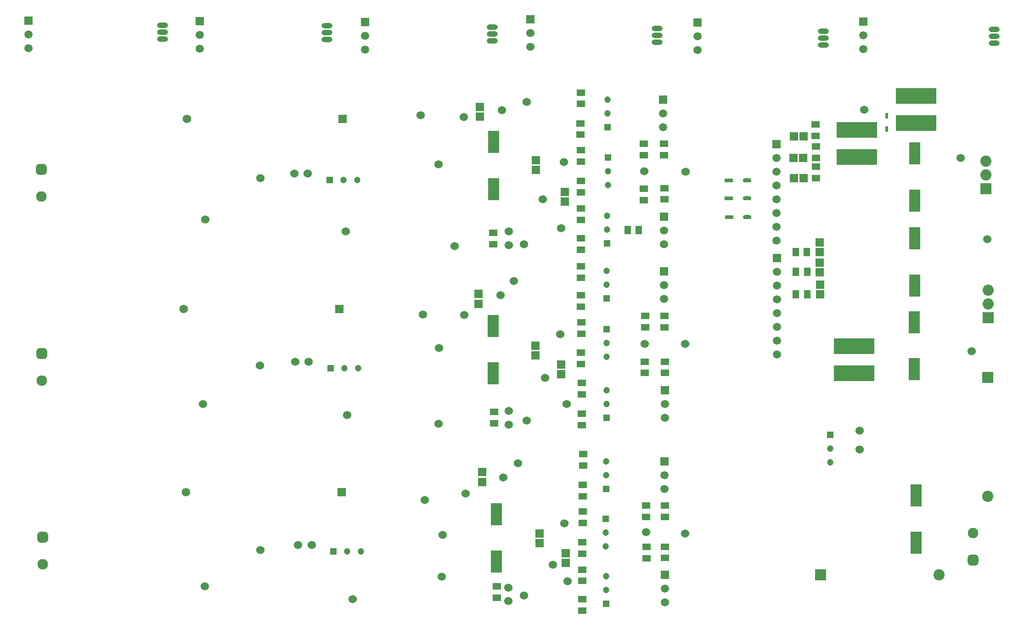
<source format=gbr>
%TF.GenerationSoftware,Altium Limited,Altium Designer,21.6.4 (81)*%
G04 Layer_Color=255*
%FSLAX45Y45*%
%MOMM*%
%TF.SameCoordinates,8BE20582-AD64-4D08-A95C-E2DB20C1365E*%
%TF.FilePolarity,Positive*%
%TF.FileFunction,Pads,Bot*%
%TF.Part,Single*%
G01*
G75*
%TA.AperFunction,SMDPad,CuDef*%
%ADD12R,1.20651X1.50822*%
%ADD13R,1.50464X1.55620*%
%ADD14R,1.50822X1.20651*%
%ADD15R,1.55620X1.50464*%
%ADD17R,1.60712X0.76213*%
G04:AMPARAMS|DCode=18|XSize=1.60712mm|YSize=0.76213mm|CornerRadius=0.38107mm|HoleSize=0mm|Usage=FLASHONLY|Rotation=0.000|XOffset=0mm|YOffset=0mm|HoleType=Round|Shape=RoundedRectangle|*
%AMROUNDEDRECTD18*
21,1,1.60712,0.00000,0,0,0.0*
21,1,0.84499,0.76213,0,0,0.0*
1,1,0.76213,0.42249,0.00000*
1,1,0.76213,-0.42249,0.00000*
1,1,0.76213,-0.42249,0.00000*
1,1,0.76213,0.42249,0.00000*
%
%ADD18ROUNDEDRECTD18*%
%TA.AperFunction,ComponentPad*%
%ADD37C,1.50000*%
%ADD38R,1.50000X1.50000*%
%ADD39C,1.52400*%
G04:AMPARAMS|DCode=40|XSize=1.95mm|YSize=1.95mm|CornerRadius=0.4875mm|HoleSize=0mm|Usage=FLASHONLY|Rotation=270.000|XOffset=0mm|YOffset=0mm|HoleType=Round|Shape=RoundedRectangle|*
%AMROUNDEDRECTD40*
21,1,1.95000,0.97500,0,0,270.0*
21,1,0.97500,1.95000,0,0,270.0*
1,1,0.97500,-0.48750,-0.48750*
1,1,0.97500,-0.48750,0.48750*
1,1,0.97500,0.48750,0.48750*
1,1,0.97500,0.48750,-0.48750*
%
%ADD40ROUNDEDRECTD40*%
%ADD41C,1.95000*%
%ADD42C,1.57480*%
%ADD43R,1.57480X1.57480*%
%ADD44R,2.05740X2.05740*%
%ADD45C,2.05740*%
%ADD46C,1.20000*%
%ADD47R,1.20000X1.20000*%
%ADD48O,2.00000X1.00000*%
%ADD49O,2.00000X1.00000*%
%ADD50R,2.05740X2.05740*%
%ADD51C,2.05000*%
%ADD52R,2.05000X2.05000*%
%ADD53R,1.20000X1.20000*%
%TA.AperFunction,SMDPad,CuDef*%
%ADD56R,7.50000X3.00000*%
%ADD57R,2.00000X4.10000*%
%ADD58R,0.50000X1.00000*%
D12*
X20851804Y12484100D02*
D03*
X20641634D02*
D03*
X17537755Y13253720D02*
D03*
X17747925D02*
D03*
X20636555Y12849860D02*
D03*
X20846725D02*
D03*
X20639095Y12072620D02*
D03*
X20849265D02*
D03*
D13*
X20603300Y14213840D02*
D03*
X20783459D02*
D03*
X20608382Y14986000D02*
D03*
X20788539D02*
D03*
X20594502Y14582140D02*
D03*
X20774660D02*
D03*
D14*
X21015961Y14210355D02*
D03*
Y14420525D02*
D03*
X17861279Y11673840D02*
D03*
Y11463670D02*
D03*
X18219420D02*
D03*
Y11673840D02*
D03*
X17853661Y10618795D02*
D03*
Y10828965D02*
D03*
X17886681Y7202496D02*
D03*
Y7412666D02*
D03*
X17881599Y8172125D02*
D03*
Y7961955D02*
D03*
X18224500Y10829910D02*
D03*
Y10619740D02*
D03*
X21005800Y15205385D02*
D03*
Y14995215D02*
D03*
X21010880Y14586275D02*
D03*
Y14796445D02*
D03*
X16680180Y13101320D02*
D03*
Y13445815D02*
D03*
X16675101Y14520235D02*
D03*
Y14730405D02*
D03*
X18227040Y7207575D02*
D03*
Y7417745D02*
D03*
X18224500Y8174665D02*
D03*
Y7964495D02*
D03*
X15125700Y6686226D02*
D03*
Y6476056D02*
D03*
X16703040Y7286315D02*
D03*
Y7496485D02*
D03*
X16713200Y8062905D02*
D03*
Y7852735D02*
D03*
X16703040Y6444925D02*
D03*
Y6234755D02*
D03*
Y6783394D02*
D03*
Y6993564D02*
D03*
X16713200Y8556610D02*
D03*
Y8346440D02*
D03*
X16718280Y9125570D02*
D03*
Y8915400D02*
D03*
X16682719Y11551920D02*
D03*
Y11341750D02*
D03*
X16680180Y10782950D02*
D03*
Y10993120D02*
D03*
X16697960Y10225095D02*
D03*
Y10435265D02*
D03*
X15077440Y9900270D02*
D03*
Y9690100D02*
D03*
X16675101Y15581010D02*
D03*
Y15791180D02*
D03*
X16695419Y9866305D02*
D03*
Y9656135D02*
D03*
X16680180Y12586645D02*
D03*
Y12376475D02*
D03*
Y12054840D02*
D03*
Y11844670D02*
D03*
X16672560Y15012994D02*
D03*
Y15223164D02*
D03*
X16680180Y13655984D02*
D03*
Y12891150D02*
D03*
X17835880Y13803955D02*
D03*
Y14014125D02*
D03*
X18216879Y13819196D02*
D03*
Y14029366D02*
D03*
X17835880Y14638670D02*
D03*
Y14848840D02*
D03*
X18209261Y14844705D02*
D03*
Y14634535D02*
D03*
X16677640Y13953815D02*
D03*
Y14163985D02*
D03*
X15059660Y13201324D02*
D03*
Y12991154D02*
D03*
D15*
X14815820Y15528198D02*
D03*
X16380460Y13782224D02*
D03*
X16311880Y10598241D02*
D03*
X16400780Y7293519D02*
D03*
Y7113361D02*
D03*
X14853920Y8790757D02*
D03*
Y8610600D02*
D03*
X15913100Y7479121D02*
D03*
Y7659279D02*
D03*
X16311880Y10778399D02*
D03*
X16380460Y13962379D02*
D03*
X15836900Y10944860D02*
D03*
Y11125017D02*
D03*
X14792960Y12074977D02*
D03*
Y11894820D02*
D03*
X21079460Y12475301D02*
D03*
Y12655458D02*
D03*
Y12848682D02*
D03*
Y13028839D02*
D03*
X21089619Y12068901D02*
D03*
Y12249058D02*
D03*
X14815820Y15348041D02*
D03*
X15844521Y14362521D02*
D03*
Y14542679D02*
D03*
D17*
X19410854Y13492480D02*
D03*
X19405772Y13837920D02*
D03*
Y14168120D02*
D03*
D18*
X19745959Y13492480D02*
D03*
X19740880Y13837920D02*
D03*
Y14168120D02*
D03*
D37*
X20294122Y10957560D02*
D03*
Y11211560D02*
D03*
Y11719560D02*
D03*
Y12227560D02*
D03*
Y12481560D02*
D03*
Y11973560D02*
D03*
Y11465560D02*
D03*
X18214340Y13251180D02*
D03*
Y12997180D02*
D03*
X18211800Y12240260D02*
D03*
Y11986260D02*
D03*
X18229581Y6647180D02*
D03*
Y6393180D02*
D03*
X18219420Y8732520D02*
D03*
Y8478520D02*
D03*
X18229581Y10045700D02*
D03*
Y9791700D02*
D03*
X20284441Y13571220D02*
D03*
Y14079221D02*
D03*
Y14587219D02*
D03*
Y14333220D02*
D03*
Y13825220D02*
D03*
Y13317220D02*
D03*
Y13063220D02*
D03*
X18196082Y15156180D02*
D03*
Y15410181D02*
D03*
X6492240Y16609061D02*
D03*
Y16863060D02*
D03*
X9651522Y16603979D02*
D03*
Y16857980D02*
D03*
X12694442Y16581120D02*
D03*
Y16835120D02*
D03*
X15747522Y16637000D02*
D03*
Y16891000D02*
D03*
X21882100Y16591280D02*
D03*
Y16845280D02*
D03*
X18828542Y16570959D02*
D03*
Y16824960D02*
D03*
D38*
X20294122Y12735560D02*
D03*
X18214340Y13505180D02*
D03*
X18211800Y12494260D02*
D03*
X18229581Y6901180D02*
D03*
X18219420Y8986520D02*
D03*
X18229581Y10299700D02*
D03*
X20284441Y14841220D02*
D03*
X18196082Y15664180D02*
D03*
X6492240Y17117059D02*
D03*
X9651522Y17111980D02*
D03*
X12694442Y17089120D02*
D03*
X15747522Y17145000D02*
D03*
X21882100Y17099280D02*
D03*
X18828542Y17078960D02*
D03*
D39*
X12466320Y6446520D02*
D03*
X14551660Y8394700D02*
D03*
X14127480Y7637780D02*
D03*
X15339059Y6412418D02*
D03*
Y6662420D02*
D03*
X15346680Y9919782D02*
D03*
Y9669780D02*
D03*
X14053819Y9685020D02*
D03*
X12367260Y9847580D02*
D03*
X13769341Y11696700D02*
D03*
X21818600Y9207500D02*
D03*
X21821140Y9552940D02*
D03*
X15631160Y12994640D02*
D03*
X15346680Y12979401D02*
D03*
Y13229402D02*
D03*
X14348460Y12959081D02*
D03*
X9751060Y13446761D02*
D03*
X9712960Y10048240D02*
D03*
X9743440Y6682740D02*
D03*
X13726160Y15372079D02*
D03*
X15676880Y15618460D02*
D03*
X16314420Y13286740D02*
D03*
X15979140Y13820140D02*
D03*
X15626080Y6515100D02*
D03*
X16014700Y10533380D02*
D03*
X16365221Y14511020D02*
D03*
X14112241Y6865620D02*
D03*
X15519400Y8956040D02*
D03*
X16375380Y7848600D02*
D03*
X15219679Y15463519D02*
D03*
X15194279Y12054840D02*
D03*
X13797279Y8280400D02*
D03*
X14520230Y15339040D02*
D03*
X21899879Y15471140D02*
D03*
X16431261Y6779260D02*
D03*
X16159480Y7084060D02*
D03*
X17884140Y7688580D02*
D03*
X18610580Y14328140D02*
D03*
X14056360Y14465300D02*
D03*
X17843500Y14343381D02*
D03*
X18596458Y11153140D02*
D03*
X15440660Y12316460D02*
D03*
X14528799Y11686540D02*
D03*
X16418559Y10048240D02*
D03*
X16296640Y11336020D02*
D03*
X14058900Y11082020D02*
D03*
X15676880Y9738360D02*
D03*
X17853661Y11153140D02*
D03*
X18603519Y7660081D02*
D03*
X15247620Y8694420D02*
D03*
X23677879Y14584680D02*
D03*
X11463020Y7444740D02*
D03*
X11713022D02*
D03*
X10767060Y7355840D02*
D03*
X11411138Y10825480D02*
D03*
X11661140D02*
D03*
X11391900Y14300200D02*
D03*
X11641902D02*
D03*
X10759440Y10761980D02*
D03*
X12342597Y13229590D02*
D03*
X23886160Y11021060D02*
D03*
X24173180Y13088620D02*
D03*
X10767060Y14216380D02*
D03*
D40*
X6732742Y14372421D02*
D03*
X23912358Y7166778D02*
D03*
X6741160Y10974959D02*
D03*
X6758142Y7588082D02*
D03*
D41*
X6732742Y13872423D02*
D03*
X23912358Y7666777D02*
D03*
X6741160Y10474960D02*
D03*
X6758142Y7088083D02*
D03*
D42*
X9415780Y15303500D02*
D03*
X9357360Y11798300D02*
D03*
X9395460Y8417560D02*
D03*
D43*
X12285980Y15303500D02*
D03*
X12227560Y11798300D02*
D03*
X12265660Y8417560D02*
D03*
D44*
X24180800Y10535920D02*
D03*
D45*
Y8346440D02*
D03*
X23284180Y6898640D02*
D03*
D46*
X17164822Y13266420D02*
D03*
X17142461Y6868160D02*
D03*
Y6614160D02*
D03*
X17152620Y10043160D02*
D03*
Y10297160D02*
D03*
Y12247880D02*
D03*
Y12501880D02*
D03*
Y11170920D02*
D03*
Y10916920D02*
D03*
X17142461Y8732520D02*
D03*
Y8986520D02*
D03*
X17137880Y7675879D02*
D03*
Y7421879D02*
D03*
X17175481Y14343381D02*
D03*
Y14089380D02*
D03*
X17167860Y15405099D02*
D03*
Y15659100D02*
D03*
X17164822Y13520419D02*
D03*
X21277580Y8971280D02*
D03*
Y9225280D02*
D03*
X12623800Y7327900D02*
D03*
X12369800D02*
D03*
X12313920Y10706598D02*
D03*
X12567920D02*
D03*
X12557760Y14175740D02*
D03*
X12303760D02*
D03*
D47*
X17142461Y6360160D02*
D03*
X17152620Y9789160D02*
D03*
Y11993880D02*
D03*
Y11424920D02*
D03*
X17142461Y8478520D02*
D03*
X17137880Y7929879D02*
D03*
X17175481Y14597380D02*
D03*
X17167860Y15151100D02*
D03*
X17164822Y13012421D02*
D03*
X21277580Y9479280D02*
D03*
D48*
X8961120Y16776700D02*
D03*
Y17030701D02*
D03*
X11998960Y17020540D02*
D03*
Y16766541D02*
D03*
X15046960Y16995140D02*
D03*
Y16741141D02*
D03*
X18087340Y16969740D02*
D03*
Y16715739D02*
D03*
X24297639Y16954500D02*
D03*
Y16700500D02*
D03*
X21145500Y16924020D02*
D03*
Y16670020D02*
D03*
D49*
X8961120Y16903700D02*
D03*
X11998960Y16893539D02*
D03*
X15046960Y16868140D02*
D03*
X18087340Y16842740D02*
D03*
X24297639Y16827499D02*
D03*
X21145500Y16797020D02*
D03*
D50*
X21094701Y6898640D02*
D03*
D51*
X24187759Y12143740D02*
D03*
Y11889740D02*
D03*
X24142700Y14272260D02*
D03*
Y14526260D02*
D03*
D52*
X24187759Y11636238D02*
D03*
X24142700Y14018758D02*
D03*
D53*
X12115800Y7327900D02*
D03*
X12059920Y10706598D02*
D03*
X12049760Y14175740D02*
D03*
D56*
X22854919Y15726222D02*
D03*
Y15226218D02*
D03*
X21719540Y10611038D02*
D03*
Y11111042D02*
D03*
X21765260Y14600296D02*
D03*
Y15100301D02*
D03*
D57*
X22829520Y13101981D02*
D03*
Y12231980D02*
D03*
X15057120Y10612120D02*
D03*
Y11482121D02*
D03*
X15067281Y14009979D02*
D03*
Y14879980D02*
D03*
X15120621Y8012481D02*
D03*
Y7142480D02*
D03*
X22834599Y14666620D02*
D03*
Y13796620D02*
D03*
X22821899Y11557000D02*
D03*
Y10686999D02*
D03*
X22857460Y8357921D02*
D03*
Y7487920D02*
D03*
D58*
X22316440Y15360001D02*
D03*
Y15120000D02*
D03*
%TF.MD5,05fedac74db9a450892e9668747e5a11*%
M02*

</source>
